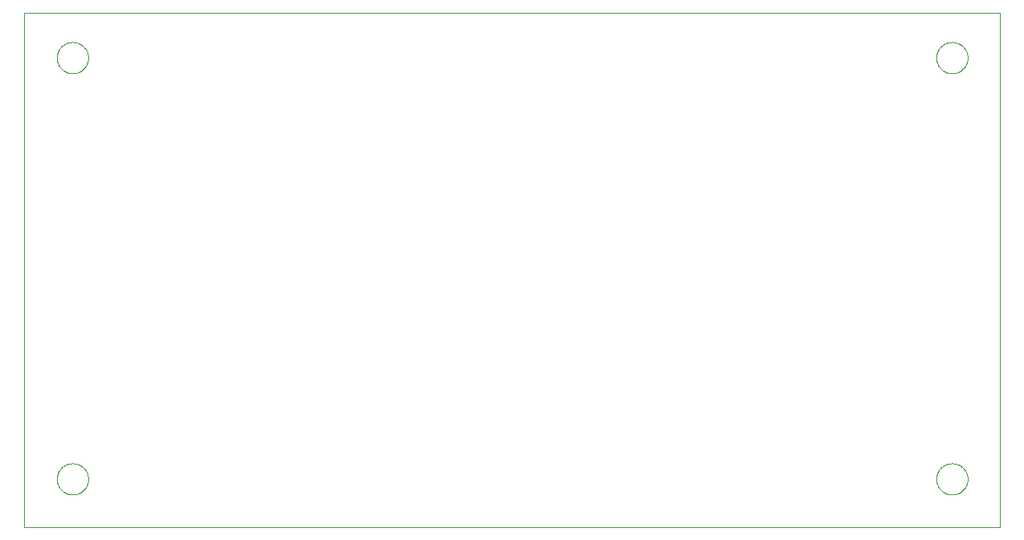
<source format=gko>
G75*
%MOIN*%
%OFA0B0*%
%FSLAX25Y25*%
%IPPOS*%
%LPD*%
%AMOC8*
5,1,8,0,0,1.08239X$1,22.5*
%
%ADD10C,0.00000*%
D10*
X0001000Y0001000D02*
X0001000Y0214701D01*
X0405921Y0214701D01*
X0405921Y0001000D01*
X0001000Y0001000D01*
X0014500Y0021000D02*
X0014502Y0021161D01*
X0014508Y0021321D01*
X0014518Y0021482D01*
X0014532Y0021642D01*
X0014550Y0021802D01*
X0014571Y0021961D01*
X0014597Y0022120D01*
X0014627Y0022278D01*
X0014660Y0022435D01*
X0014698Y0022592D01*
X0014739Y0022747D01*
X0014784Y0022901D01*
X0014833Y0023054D01*
X0014886Y0023206D01*
X0014942Y0023357D01*
X0015003Y0023506D01*
X0015066Y0023654D01*
X0015134Y0023800D01*
X0015205Y0023944D01*
X0015279Y0024086D01*
X0015357Y0024227D01*
X0015439Y0024365D01*
X0015524Y0024502D01*
X0015612Y0024636D01*
X0015704Y0024768D01*
X0015799Y0024898D01*
X0015897Y0025026D01*
X0015998Y0025151D01*
X0016102Y0025273D01*
X0016209Y0025393D01*
X0016319Y0025510D01*
X0016432Y0025625D01*
X0016548Y0025736D01*
X0016667Y0025845D01*
X0016788Y0025950D01*
X0016912Y0026053D01*
X0017038Y0026153D01*
X0017166Y0026249D01*
X0017297Y0026342D01*
X0017431Y0026432D01*
X0017566Y0026519D01*
X0017704Y0026602D01*
X0017843Y0026682D01*
X0017985Y0026758D01*
X0018128Y0026831D01*
X0018273Y0026900D01*
X0018420Y0026966D01*
X0018568Y0027028D01*
X0018718Y0027086D01*
X0018869Y0027141D01*
X0019022Y0027192D01*
X0019176Y0027239D01*
X0019331Y0027282D01*
X0019487Y0027321D01*
X0019643Y0027357D01*
X0019801Y0027388D01*
X0019959Y0027416D01*
X0020118Y0027440D01*
X0020278Y0027460D01*
X0020438Y0027476D01*
X0020598Y0027488D01*
X0020759Y0027496D01*
X0020920Y0027500D01*
X0021080Y0027500D01*
X0021241Y0027496D01*
X0021402Y0027488D01*
X0021562Y0027476D01*
X0021722Y0027460D01*
X0021882Y0027440D01*
X0022041Y0027416D01*
X0022199Y0027388D01*
X0022357Y0027357D01*
X0022513Y0027321D01*
X0022669Y0027282D01*
X0022824Y0027239D01*
X0022978Y0027192D01*
X0023131Y0027141D01*
X0023282Y0027086D01*
X0023432Y0027028D01*
X0023580Y0026966D01*
X0023727Y0026900D01*
X0023872Y0026831D01*
X0024015Y0026758D01*
X0024157Y0026682D01*
X0024296Y0026602D01*
X0024434Y0026519D01*
X0024569Y0026432D01*
X0024703Y0026342D01*
X0024834Y0026249D01*
X0024962Y0026153D01*
X0025088Y0026053D01*
X0025212Y0025950D01*
X0025333Y0025845D01*
X0025452Y0025736D01*
X0025568Y0025625D01*
X0025681Y0025510D01*
X0025791Y0025393D01*
X0025898Y0025273D01*
X0026002Y0025151D01*
X0026103Y0025026D01*
X0026201Y0024898D01*
X0026296Y0024768D01*
X0026388Y0024636D01*
X0026476Y0024502D01*
X0026561Y0024365D01*
X0026643Y0024227D01*
X0026721Y0024086D01*
X0026795Y0023944D01*
X0026866Y0023800D01*
X0026934Y0023654D01*
X0026997Y0023506D01*
X0027058Y0023357D01*
X0027114Y0023206D01*
X0027167Y0023054D01*
X0027216Y0022901D01*
X0027261Y0022747D01*
X0027302Y0022592D01*
X0027340Y0022435D01*
X0027373Y0022278D01*
X0027403Y0022120D01*
X0027429Y0021961D01*
X0027450Y0021802D01*
X0027468Y0021642D01*
X0027482Y0021482D01*
X0027492Y0021321D01*
X0027498Y0021161D01*
X0027500Y0021000D01*
X0027498Y0020839D01*
X0027492Y0020679D01*
X0027482Y0020518D01*
X0027468Y0020358D01*
X0027450Y0020198D01*
X0027429Y0020039D01*
X0027403Y0019880D01*
X0027373Y0019722D01*
X0027340Y0019565D01*
X0027302Y0019408D01*
X0027261Y0019253D01*
X0027216Y0019099D01*
X0027167Y0018946D01*
X0027114Y0018794D01*
X0027058Y0018643D01*
X0026997Y0018494D01*
X0026934Y0018346D01*
X0026866Y0018200D01*
X0026795Y0018056D01*
X0026721Y0017914D01*
X0026643Y0017773D01*
X0026561Y0017635D01*
X0026476Y0017498D01*
X0026388Y0017364D01*
X0026296Y0017232D01*
X0026201Y0017102D01*
X0026103Y0016974D01*
X0026002Y0016849D01*
X0025898Y0016727D01*
X0025791Y0016607D01*
X0025681Y0016490D01*
X0025568Y0016375D01*
X0025452Y0016264D01*
X0025333Y0016155D01*
X0025212Y0016050D01*
X0025088Y0015947D01*
X0024962Y0015847D01*
X0024834Y0015751D01*
X0024703Y0015658D01*
X0024569Y0015568D01*
X0024434Y0015481D01*
X0024296Y0015398D01*
X0024157Y0015318D01*
X0024015Y0015242D01*
X0023872Y0015169D01*
X0023727Y0015100D01*
X0023580Y0015034D01*
X0023432Y0014972D01*
X0023282Y0014914D01*
X0023131Y0014859D01*
X0022978Y0014808D01*
X0022824Y0014761D01*
X0022669Y0014718D01*
X0022513Y0014679D01*
X0022357Y0014643D01*
X0022199Y0014612D01*
X0022041Y0014584D01*
X0021882Y0014560D01*
X0021722Y0014540D01*
X0021562Y0014524D01*
X0021402Y0014512D01*
X0021241Y0014504D01*
X0021080Y0014500D01*
X0020920Y0014500D01*
X0020759Y0014504D01*
X0020598Y0014512D01*
X0020438Y0014524D01*
X0020278Y0014540D01*
X0020118Y0014560D01*
X0019959Y0014584D01*
X0019801Y0014612D01*
X0019643Y0014643D01*
X0019487Y0014679D01*
X0019331Y0014718D01*
X0019176Y0014761D01*
X0019022Y0014808D01*
X0018869Y0014859D01*
X0018718Y0014914D01*
X0018568Y0014972D01*
X0018420Y0015034D01*
X0018273Y0015100D01*
X0018128Y0015169D01*
X0017985Y0015242D01*
X0017843Y0015318D01*
X0017704Y0015398D01*
X0017566Y0015481D01*
X0017431Y0015568D01*
X0017297Y0015658D01*
X0017166Y0015751D01*
X0017038Y0015847D01*
X0016912Y0015947D01*
X0016788Y0016050D01*
X0016667Y0016155D01*
X0016548Y0016264D01*
X0016432Y0016375D01*
X0016319Y0016490D01*
X0016209Y0016607D01*
X0016102Y0016727D01*
X0015998Y0016849D01*
X0015897Y0016974D01*
X0015799Y0017102D01*
X0015704Y0017232D01*
X0015612Y0017364D01*
X0015524Y0017498D01*
X0015439Y0017635D01*
X0015357Y0017773D01*
X0015279Y0017914D01*
X0015205Y0018056D01*
X0015134Y0018200D01*
X0015066Y0018346D01*
X0015003Y0018494D01*
X0014942Y0018643D01*
X0014886Y0018794D01*
X0014833Y0018946D01*
X0014784Y0019099D01*
X0014739Y0019253D01*
X0014698Y0019408D01*
X0014660Y0019565D01*
X0014627Y0019722D01*
X0014597Y0019880D01*
X0014571Y0020039D01*
X0014550Y0020198D01*
X0014532Y0020358D01*
X0014518Y0020518D01*
X0014508Y0020679D01*
X0014502Y0020839D01*
X0014500Y0021000D01*
X0014500Y0196000D02*
X0014502Y0196161D01*
X0014508Y0196321D01*
X0014518Y0196482D01*
X0014532Y0196642D01*
X0014550Y0196802D01*
X0014571Y0196961D01*
X0014597Y0197120D01*
X0014627Y0197278D01*
X0014660Y0197435D01*
X0014698Y0197592D01*
X0014739Y0197747D01*
X0014784Y0197901D01*
X0014833Y0198054D01*
X0014886Y0198206D01*
X0014942Y0198357D01*
X0015003Y0198506D01*
X0015066Y0198654D01*
X0015134Y0198800D01*
X0015205Y0198944D01*
X0015279Y0199086D01*
X0015357Y0199227D01*
X0015439Y0199365D01*
X0015524Y0199502D01*
X0015612Y0199636D01*
X0015704Y0199768D01*
X0015799Y0199898D01*
X0015897Y0200026D01*
X0015998Y0200151D01*
X0016102Y0200273D01*
X0016209Y0200393D01*
X0016319Y0200510D01*
X0016432Y0200625D01*
X0016548Y0200736D01*
X0016667Y0200845D01*
X0016788Y0200950D01*
X0016912Y0201053D01*
X0017038Y0201153D01*
X0017166Y0201249D01*
X0017297Y0201342D01*
X0017431Y0201432D01*
X0017566Y0201519D01*
X0017704Y0201602D01*
X0017843Y0201682D01*
X0017985Y0201758D01*
X0018128Y0201831D01*
X0018273Y0201900D01*
X0018420Y0201966D01*
X0018568Y0202028D01*
X0018718Y0202086D01*
X0018869Y0202141D01*
X0019022Y0202192D01*
X0019176Y0202239D01*
X0019331Y0202282D01*
X0019487Y0202321D01*
X0019643Y0202357D01*
X0019801Y0202388D01*
X0019959Y0202416D01*
X0020118Y0202440D01*
X0020278Y0202460D01*
X0020438Y0202476D01*
X0020598Y0202488D01*
X0020759Y0202496D01*
X0020920Y0202500D01*
X0021080Y0202500D01*
X0021241Y0202496D01*
X0021402Y0202488D01*
X0021562Y0202476D01*
X0021722Y0202460D01*
X0021882Y0202440D01*
X0022041Y0202416D01*
X0022199Y0202388D01*
X0022357Y0202357D01*
X0022513Y0202321D01*
X0022669Y0202282D01*
X0022824Y0202239D01*
X0022978Y0202192D01*
X0023131Y0202141D01*
X0023282Y0202086D01*
X0023432Y0202028D01*
X0023580Y0201966D01*
X0023727Y0201900D01*
X0023872Y0201831D01*
X0024015Y0201758D01*
X0024157Y0201682D01*
X0024296Y0201602D01*
X0024434Y0201519D01*
X0024569Y0201432D01*
X0024703Y0201342D01*
X0024834Y0201249D01*
X0024962Y0201153D01*
X0025088Y0201053D01*
X0025212Y0200950D01*
X0025333Y0200845D01*
X0025452Y0200736D01*
X0025568Y0200625D01*
X0025681Y0200510D01*
X0025791Y0200393D01*
X0025898Y0200273D01*
X0026002Y0200151D01*
X0026103Y0200026D01*
X0026201Y0199898D01*
X0026296Y0199768D01*
X0026388Y0199636D01*
X0026476Y0199502D01*
X0026561Y0199365D01*
X0026643Y0199227D01*
X0026721Y0199086D01*
X0026795Y0198944D01*
X0026866Y0198800D01*
X0026934Y0198654D01*
X0026997Y0198506D01*
X0027058Y0198357D01*
X0027114Y0198206D01*
X0027167Y0198054D01*
X0027216Y0197901D01*
X0027261Y0197747D01*
X0027302Y0197592D01*
X0027340Y0197435D01*
X0027373Y0197278D01*
X0027403Y0197120D01*
X0027429Y0196961D01*
X0027450Y0196802D01*
X0027468Y0196642D01*
X0027482Y0196482D01*
X0027492Y0196321D01*
X0027498Y0196161D01*
X0027500Y0196000D01*
X0027498Y0195839D01*
X0027492Y0195679D01*
X0027482Y0195518D01*
X0027468Y0195358D01*
X0027450Y0195198D01*
X0027429Y0195039D01*
X0027403Y0194880D01*
X0027373Y0194722D01*
X0027340Y0194565D01*
X0027302Y0194408D01*
X0027261Y0194253D01*
X0027216Y0194099D01*
X0027167Y0193946D01*
X0027114Y0193794D01*
X0027058Y0193643D01*
X0026997Y0193494D01*
X0026934Y0193346D01*
X0026866Y0193200D01*
X0026795Y0193056D01*
X0026721Y0192914D01*
X0026643Y0192773D01*
X0026561Y0192635D01*
X0026476Y0192498D01*
X0026388Y0192364D01*
X0026296Y0192232D01*
X0026201Y0192102D01*
X0026103Y0191974D01*
X0026002Y0191849D01*
X0025898Y0191727D01*
X0025791Y0191607D01*
X0025681Y0191490D01*
X0025568Y0191375D01*
X0025452Y0191264D01*
X0025333Y0191155D01*
X0025212Y0191050D01*
X0025088Y0190947D01*
X0024962Y0190847D01*
X0024834Y0190751D01*
X0024703Y0190658D01*
X0024569Y0190568D01*
X0024434Y0190481D01*
X0024296Y0190398D01*
X0024157Y0190318D01*
X0024015Y0190242D01*
X0023872Y0190169D01*
X0023727Y0190100D01*
X0023580Y0190034D01*
X0023432Y0189972D01*
X0023282Y0189914D01*
X0023131Y0189859D01*
X0022978Y0189808D01*
X0022824Y0189761D01*
X0022669Y0189718D01*
X0022513Y0189679D01*
X0022357Y0189643D01*
X0022199Y0189612D01*
X0022041Y0189584D01*
X0021882Y0189560D01*
X0021722Y0189540D01*
X0021562Y0189524D01*
X0021402Y0189512D01*
X0021241Y0189504D01*
X0021080Y0189500D01*
X0020920Y0189500D01*
X0020759Y0189504D01*
X0020598Y0189512D01*
X0020438Y0189524D01*
X0020278Y0189540D01*
X0020118Y0189560D01*
X0019959Y0189584D01*
X0019801Y0189612D01*
X0019643Y0189643D01*
X0019487Y0189679D01*
X0019331Y0189718D01*
X0019176Y0189761D01*
X0019022Y0189808D01*
X0018869Y0189859D01*
X0018718Y0189914D01*
X0018568Y0189972D01*
X0018420Y0190034D01*
X0018273Y0190100D01*
X0018128Y0190169D01*
X0017985Y0190242D01*
X0017843Y0190318D01*
X0017704Y0190398D01*
X0017566Y0190481D01*
X0017431Y0190568D01*
X0017297Y0190658D01*
X0017166Y0190751D01*
X0017038Y0190847D01*
X0016912Y0190947D01*
X0016788Y0191050D01*
X0016667Y0191155D01*
X0016548Y0191264D01*
X0016432Y0191375D01*
X0016319Y0191490D01*
X0016209Y0191607D01*
X0016102Y0191727D01*
X0015998Y0191849D01*
X0015897Y0191974D01*
X0015799Y0192102D01*
X0015704Y0192232D01*
X0015612Y0192364D01*
X0015524Y0192498D01*
X0015439Y0192635D01*
X0015357Y0192773D01*
X0015279Y0192914D01*
X0015205Y0193056D01*
X0015134Y0193200D01*
X0015066Y0193346D01*
X0015003Y0193494D01*
X0014942Y0193643D01*
X0014886Y0193794D01*
X0014833Y0193946D01*
X0014784Y0194099D01*
X0014739Y0194253D01*
X0014698Y0194408D01*
X0014660Y0194565D01*
X0014627Y0194722D01*
X0014597Y0194880D01*
X0014571Y0195039D01*
X0014550Y0195198D01*
X0014532Y0195358D01*
X0014518Y0195518D01*
X0014508Y0195679D01*
X0014502Y0195839D01*
X0014500Y0196000D01*
X0379500Y0196000D02*
X0379502Y0196161D01*
X0379508Y0196321D01*
X0379518Y0196482D01*
X0379532Y0196642D01*
X0379550Y0196802D01*
X0379571Y0196961D01*
X0379597Y0197120D01*
X0379627Y0197278D01*
X0379660Y0197435D01*
X0379698Y0197592D01*
X0379739Y0197747D01*
X0379784Y0197901D01*
X0379833Y0198054D01*
X0379886Y0198206D01*
X0379942Y0198357D01*
X0380003Y0198506D01*
X0380066Y0198654D01*
X0380134Y0198800D01*
X0380205Y0198944D01*
X0380279Y0199086D01*
X0380357Y0199227D01*
X0380439Y0199365D01*
X0380524Y0199502D01*
X0380612Y0199636D01*
X0380704Y0199768D01*
X0380799Y0199898D01*
X0380897Y0200026D01*
X0380998Y0200151D01*
X0381102Y0200273D01*
X0381209Y0200393D01*
X0381319Y0200510D01*
X0381432Y0200625D01*
X0381548Y0200736D01*
X0381667Y0200845D01*
X0381788Y0200950D01*
X0381912Y0201053D01*
X0382038Y0201153D01*
X0382166Y0201249D01*
X0382297Y0201342D01*
X0382431Y0201432D01*
X0382566Y0201519D01*
X0382704Y0201602D01*
X0382843Y0201682D01*
X0382985Y0201758D01*
X0383128Y0201831D01*
X0383273Y0201900D01*
X0383420Y0201966D01*
X0383568Y0202028D01*
X0383718Y0202086D01*
X0383869Y0202141D01*
X0384022Y0202192D01*
X0384176Y0202239D01*
X0384331Y0202282D01*
X0384487Y0202321D01*
X0384643Y0202357D01*
X0384801Y0202388D01*
X0384959Y0202416D01*
X0385118Y0202440D01*
X0385278Y0202460D01*
X0385438Y0202476D01*
X0385598Y0202488D01*
X0385759Y0202496D01*
X0385920Y0202500D01*
X0386080Y0202500D01*
X0386241Y0202496D01*
X0386402Y0202488D01*
X0386562Y0202476D01*
X0386722Y0202460D01*
X0386882Y0202440D01*
X0387041Y0202416D01*
X0387199Y0202388D01*
X0387357Y0202357D01*
X0387513Y0202321D01*
X0387669Y0202282D01*
X0387824Y0202239D01*
X0387978Y0202192D01*
X0388131Y0202141D01*
X0388282Y0202086D01*
X0388432Y0202028D01*
X0388580Y0201966D01*
X0388727Y0201900D01*
X0388872Y0201831D01*
X0389015Y0201758D01*
X0389157Y0201682D01*
X0389296Y0201602D01*
X0389434Y0201519D01*
X0389569Y0201432D01*
X0389703Y0201342D01*
X0389834Y0201249D01*
X0389962Y0201153D01*
X0390088Y0201053D01*
X0390212Y0200950D01*
X0390333Y0200845D01*
X0390452Y0200736D01*
X0390568Y0200625D01*
X0390681Y0200510D01*
X0390791Y0200393D01*
X0390898Y0200273D01*
X0391002Y0200151D01*
X0391103Y0200026D01*
X0391201Y0199898D01*
X0391296Y0199768D01*
X0391388Y0199636D01*
X0391476Y0199502D01*
X0391561Y0199365D01*
X0391643Y0199227D01*
X0391721Y0199086D01*
X0391795Y0198944D01*
X0391866Y0198800D01*
X0391934Y0198654D01*
X0391997Y0198506D01*
X0392058Y0198357D01*
X0392114Y0198206D01*
X0392167Y0198054D01*
X0392216Y0197901D01*
X0392261Y0197747D01*
X0392302Y0197592D01*
X0392340Y0197435D01*
X0392373Y0197278D01*
X0392403Y0197120D01*
X0392429Y0196961D01*
X0392450Y0196802D01*
X0392468Y0196642D01*
X0392482Y0196482D01*
X0392492Y0196321D01*
X0392498Y0196161D01*
X0392500Y0196000D01*
X0392498Y0195839D01*
X0392492Y0195679D01*
X0392482Y0195518D01*
X0392468Y0195358D01*
X0392450Y0195198D01*
X0392429Y0195039D01*
X0392403Y0194880D01*
X0392373Y0194722D01*
X0392340Y0194565D01*
X0392302Y0194408D01*
X0392261Y0194253D01*
X0392216Y0194099D01*
X0392167Y0193946D01*
X0392114Y0193794D01*
X0392058Y0193643D01*
X0391997Y0193494D01*
X0391934Y0193346D01*
X0391866Y0193200D01*
X0391795Y0193056D01*
X0391721Y0192914D01*
X0391643Y0192773D01*
X0391561Y0192635D01*
X0391476Y0192498D01*
X0391388Y0192364D01*
X0391296Y0192232D01*
X0391201Y0192102D01*
X0391103Y0191974D01*
X0391002Y0191849D01*
X0390898Y0191727D01*
X0390791Y0191607D01*
X0390681Y0191490D01*
X0390568Y0191375D01*
X0390452Y0191264D01*
X0390333Y0191155D01*
X0390212Y0191050D01*
X0390088Y0190947D01*
X0389962Y0190847D01*
X0389834Y0190751D01*
X0389703Y0190658D01*
X0389569Y0190568D01*
X0389434Y0190481D01*
X0389296Y0190398D01*
X0389157Y0190318D01*
X0389015Y0190242D01*
X0388872Y0190169D01*
X0388727Y0190100D01*
X0388580Y0190034D01*
X0388432Y0189972D01*
X0388282Y0189914D01*
X0388131Y0189859D01*
X0387978Y0189808D01*
X0387824Y0189761D01*
X0387669Y0189718D01*
X0387513Y0189679D01*
X0387357Y0189643D01*
X0387199Y0189612D01*
X0387041Y0189584D01*
X0386882Y0189560D01*
X0386722Y0189540D01*
X0386562Y0189524D01*
X0386402Y0189512D01*
X0386241Y0189504D01*
X0386080Y0189500D01*
X0385920Y0189500D01*
X0385759Y0189504D01*
X0385598Y0189512D01*
X0385438Y0189524D01*
X0385278Y0189540D01*
X0385118Y0189560D01*
X0384959Y0189584D01*
X0384801Y0189612D01*
X0384643Y0189643D01*
X0384487Y0189679D01*
X0384331Y0189718D01*
X0384176Y0189761D01*
X0384022Y0189808D01*
X0383869Y0189859D01*
X0383718Y0189914D01*
X0383568Y0189972D01*
X0383420Y0190034D01*
X0383273Y0190100D01*
X0383128Y0190169D01*
X0382985Y0190242D01*
X0382843Y0190318D01*
X0382704Y0190398D01*
X0382566Y0190481D01*
X0382431Y0190568D01*
X0382297Y0190658D01*
X0382166Y0190751D01*
X0382038Y0190847D01*
X0381912Y0190947D01*
X0381788Y0191050D01*
X0381667Y0191155D01*
X0381548Y0191264D01*
X0381432Y0191375D01*
X0381319Y0191490D01*
X0381209Y0191607D01*
X0381102Y0191727D01*
X0380998Y0191849D01*
X0380897Y0191974D01*
X0380799Y0192102D01*
X0380704Y0192232D01*
X0380612Y0192364D01*
X0380524Y0192498D01*
X0380439Y0192635D01*
X0380357Y0192773D01*
X0380279Y0192914D01*
X0380205Y0193056D01*
X0380134Y0193200D01*
X0380066Y0193346D01*
X0380003Y0193494D01*
X0379942Y0193643D01*
X0379886Y0193794D01*
X0379833Y0193946D01*
X0379784Y0194099D01*
X0379739Y0194253D01*
X0379698Y0194408D01*
X0379660Y0194565D01*
X0379627Y0194722D01*
X0379597Y0194880D01*
X0379571Y0195039D01*
X0379550Y0195198D01*
X0379532Y0195358D01*
X0379518Y0195518D01*
X0379508Y0195679D01*
X0379502Y0195839D01*
X0379500Y0196000D01*
X0379500Y0021000D02*
X0379502Y0021161D01*
X0379508Y0021321D01*
X0379518Y0021482D01*
X0379532Y0021642D01*
X0379550Y0021802D01*
X0379571Y0021961D01*
X0379597Y0022120D01*
X0379627Y0022278D01*
X0379660Y0022435D01*
X0379698Y0022592D01*
X0379739Y0022747D01*
X0379784Y0022901D01*
X0379833Y0023054D01*
X0379886Y0023206D01*
X0379942Y0023357D01*
X0380003Y0023506D01*
X0380066Y0023654D01*
X0380134Y0023800D01*
X0380205Y0023944D01*
X0380279Y0024086D01*
X0380357Y0024227D01*
X0380439Y0024365D01*
X0380524Y0024502D01*
X0380612Y0024636D01*
X0380704Y0024768D01*
X0380799Y0024898D01*
X0380897Y0025026D01*
X0380998Y0025151D01*
X0381102Y0025273D01*
X0381209Y0025393D01*
X0381319Y0025510D01*
X0381432Y0025625D01*
X0381548Y0025736D01*
X0381667Y0025845D01*
X0381788Y0025950D01*
X0381912Y0026053D01*
X0382038Y0026153D01*
X0382166Y0026249D01*
X0382297Y0026342D01*
X0382431Y0026432D01*
X0382566Y0026519D01*
X0382704Y0026602D01*
X0382843Y0026682D01*
X0382985Y0026758D01*
X0383128Y0026831D01*
X0383273Y0026900D01*
X0383420Y0026966D01*
X0383568Y0027028D01*
X0383718Y0027086D01*
X0383869Y0027141D01*
X0384022Y0027192D01*
X0384176Y0027239D01*
X0384331Y0027282D01*
X0384487Y0027321D01*
X0384643Y0027357D01*
X0384801Y0027388D01*
X0384959Y0027416D01*
X0385118Y0027440D01*
X0385278Y0027460D01*
X0385438Y0027476D01*
X0385598Y0027488D01*
X0385759Y0027496D01*
X0385920Y0027500D01*
X0386080Y0027500D01*
X0386241Y0027496D01*
X0386402Y0027488D01*
X0386562Y0027476D01*
X0386722Y0027460D01*
X0386882Y0027440D01*
X0387041Y0027416D01*
X0387199Y0027388D01*
X0387357Y0027357D01*
X0387513Y0027321D01*
X0387669Y0027282D01*
X0387824Y0027239D01*
X0387978Y0027192D01*
X0388131Y0027141D01*
X0388282Y0027086D01*
X0388432Y0027028D01*
X0388580Y0026966D01*
X0388727Y0026900D01*
X0388872Y0026831D01*
X0389015Y0026758D01*
X0389157Y0026682D01*
X0389296Y0026602D01*
X0389434Y0026519D01*
X0389569Y0026432D01*
X0389703Y0026342D01*
X0389834Y0026249D01*
X0389962Y0026153D01*
X0390088Y0026053D01*
X0390212Y0025950D01*
X0390333Y0025845D01*
X0390452Y0025736D01*
X0390568Y0025625D01*
X0390681Y0025510D01*
X0390791Y0025393D01*
X0390898Y0025273D01*
X0391002Y0025151D01*
X0391103Y0025026D01*
X0391201Y0024898D01*
X0391296Y0024768D01*
X0391388Y0024636D01*
X0391476Y0024502D01*
X0391561Y0024365D01*
X0391643Y0024227D01*
X0391721Y0024086D01*
X0391795Y0023944D01*
X0391866Y0023800D01*
X0391934Y0023654D01*
X0391997Y0023506D01*
X0392058Y0023357D01*
X0392114Y0023206D01*
X0392167Y0023054D01*
X0392216Y0022901D01*
X0392261Y0022747D01*
X0392302Y0022592D01*
X0392340Y0022435D01*
X0392373Y0022278D01*
X0392403Y0022120D01*
X0392429Y0021961D01*
X0392450Y0021802D01*
X0392468Y0021642D01*
X0392482Y0021482D01*
X0392492Y0021321D01*
X0392498Y0021161D01*
X0392500Y0021000D01*
X0392498Y0020839D01*
X0392492Y0020679D01*
X0392482Y0020518D01*
X0392468Y0020358D01*
X0392450Y0020198D01*
X0392429Y0020039D01*
X0392403Y0019880D01*
X0392373Y0019722D01*
X0392340Y0019565D01*
X0392302Y0019408D01*
X0392261Y0019253D01*
X0392216Y0019099D01*
X0392167Y0018946D01*
X0392114Y0018794D01*
X0392058Y0018643D01*
X0391997Y0018494D01*
X0391934Y0018346D01*
X0391866Y0018200D01*
X0391795Y0018056D01*
X0391721Y0017914D01*
X0391643Y0017773D01*
X0391561Y0017635D01*
X0391476Y0017498D01*
X0391388Y0017364D01*
X0391296Y0017232D01*
X0391201Y0017102D01*
X0391103Y0016974D01*
X0391002Y0016849D01*
X0390898Y0016727D01*
X0390791Y0016607D01*
X0390681Y0016490D01*
X0390568Y0016375D01*
X0390452Y0016264D01*
X0390333Y0016155D01*
X0390212Y0016050D01*
X0390088Y0015947D01*
X0389962Y0015847D01*
X0389834Y0015751D01*
X0389703Y0015658D01*
X0389569Y0015568D01*
X0389434Y0015481D01*
X0389296Y0015398D01*
X0389157Y0015318D01*
X0389015Y0015242D01*
X0388872Y0015169D01*
X0388727Y0015100D01*
X0388580Y0015034D01*
X0388432Y0014972D01*
X0388282Y0014914D01*
X0388131Y0014859D01*
X0387978Y0014808D01*
X0387824Y0014761D01*
X0387669Y0014718D01*
X0387513Y0014679D01*
X0387357Y0014643D01*
X0387199Y0014612D01*
X0387041Y0014584D01*
X0386882Y0014560D01*
X0386722Y0014540D01*
X0386562Y0014524D01*
X0386402Y0014512D01*
X0386241Y0014504D01*
X0386080Y0014500D01*
X0385920Y0014500D01*
X0385759Y0014504D01*
X0385598Y0014512D01*
X0385438Y0014524D01*
X0385278Y0014540D01*
X0385118Y0014560D01*
X0384959Y0014584D01*
X0384801Y0014612D01*
X0384643Y0014643D01*
X0384487Y0014679D01*
X0384331Y0014718D01*
X0384176Y0014761D01*
X0384022Y0014808D01*
X0383869Y0014859D01*
X0383718Y0014914D01*
X0383568Y0014972D01*
X0383420Y0015034D01*
X0383273Y0015100D01*
X0383128Y0015169D01*
X0382985Y0015242D01*
X0382843Y0015318D01*
X0382704Y0015398D01*
X0382566Y0015481D01*
X0382431Y0015568D01*
X0382297Y0015658D01*
X0382166Y0015751D01*
X0382038Y0015847D01*
X0381912Y0015947D01*
X0381788Y0016050D01*
X0381667Y0016155D01*
X0381548Y0016264D01*
X0381432Y0016375D01*
X0381319Y0016490D01*
X0381209Y0016607D01*
X0381102Y0016727D01*
X0380998Y0016849D01*
X0380897Y0016974D01*
X0380799Y0017102D01*
X0380704Y0017232D01*
X0380612Y0017364D01*
X0380524Y0017498D01*
X0380439Y0017635D01*
X0380357Y0017773D01*
X0380279Y0017914D01*
X0380205Y0018056D01*
X0380134Y0018200D01*
X0380066Y0018346D01*
X0380003Y0018494D01*
X0379942Y0018643D01*
X0379886Y0018794D01*
X0379833Y0018946D01*
X0379784Y0019099D01*
X0379739Y0019253D01*
X0379698Y0019408D01*
X0379660Y0019565D01*
X0379627Y0019722D01*
X0379597Y0019880D01*
X0379571Y0020039D01*
X0379550Y0020198D01*
X0379532Y0020358D01*
X0379518Y0020518D01*
X0379508Y0020679D01*
X0379502Y0020839D01*
X0379500Y0021000D01*
M02*

</source>
